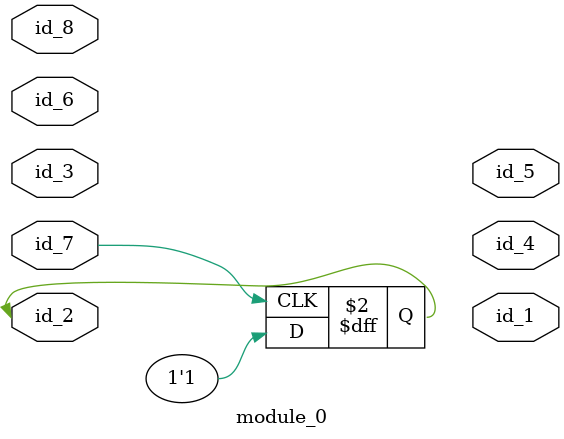
<source format=v>
module module_0 (
    id_1,
    id_2,
    id_3,
    id_4,
    id_5,
    id_6,
    id_7,
    id_8
);
  input id_8;
  input id_7;
  inout id_6;
  output id_5;
  output id_4;
  inout id_3;
  inout id_2;
  output id_1;
  always @(posedge (id_7)) id_2 <= 1;
endmodule

</source>
